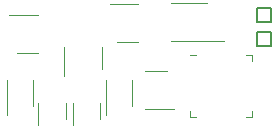
<source format=gbr>
G04 #@! TF.GenerationSoftware,KiCad,Pcbnew,(5.1.5-0-10_14)*
G04 #@! TF.CreationDate,2020-10-31T20:23:47-07:00*
G04 #@! TF.ProjectId,EOGlass2p1,454f476c-6173-4733-9270-312e6b696361,rev?*
G04 #@! TF.SameCoordinates,Original*
G04 #@! TF.FileFunction,Legend,Top*
G04 #@! TF.FilePolarity,Positive*
%FSLAX46Y46*%
G04 Gerber Fmt 4.6, Leading zero omitted, Abs format (unit mm)*
G04 Created by KiCad (PCBNEW (5.1.5-0-10_14)) date 2020-10-31 20:23:47*
%MOMM*%
%LPD*%
G04 APERTURE LIST*
%ADD10C,0.120000*%
%ADD11C,0.152400*%
G04 APERTURE END LIST*
D10*
X117740000Y-75600000D02*
X117740000Y-77500000D01*
X120060000Y-77000000D02*
X120060000Y-75600000D01*
X127600000Y-67190000D02*
X126100000Y-67190000D01*
X127600000Y-67190000D02*
X129100000Y-67190000D01*
X127600000Y-70410000D02*
X126100000Y-70410000D01*
X127600000Y-70410000D02*
X130525000Y-70410000D01*
X120540000Y-73660000D02*
X120540000Y-76660000D01*
X122740000Y-73660000D02*
X122740000Y-75860000D01*
X125700000Y-72890000D02*
X123900000Y-72890000D01*
X123900000Y-76110000D02*
X126350000Y-76110000D01*
X132435000Y-71590000D02*
X132910000Y-71590000D01*
X132910000Y-71590000D02*
X132910000Y-72065000D01*
X128165000Y-76810000D02*
X127690000Y-76810000D01*
X127690000Y-76810000D02*
X127690000Y-76335000D01*
X132435000Y-76810000D02*
X132910000Y-76810000D01*
X132910000Y-76810000D02*
X132910000Y-76335000D01*
X128165000Y-71590000D02*
X127690000Y-71590000D01*
X120200000Y-72700000D02*
X120200000Y-70900000D01*
X116980000Y-70900000D02*
X116980000Y-73350000D01*
X123310000Y-67220000D02*
X120860000Y-67220000D01*
X121510000Y-70440000D02*
X123310000Y-70440000D01*
X112210000Y-73660000D02*
X112210000Y-76660000D01*
X114410000Y-73660000D02*
X114410000Y-75860000D01*
X117160000Y-77000000D02*
X117160000Y-75600000D01*
X114840000Y-75600000D02*
X114840000Y-77500000D01*
D11*
X134491500Y-67608500D02*
X134491500Y-68791500D01*
X134491500Y-68791500D02*
X133308500Y-68791500D01*
X133308500Y-68791500D02*
X133308500Y-67608500D01*
X133308500Y-67608500D02*
X134491500Y-67608500D01*
D10*
X113000000Y-71410000D02*
X114800000Y-71410000D01*
X114800000Y-68190000D02*
X112350000Y-68190000D01*
D11*
X134491500Y-70791500D02*
X133308500Y-70791500D01*
X133308500Y-70791500D02*
X133308500Y-69608500D01*
X133308500Y-69608500D02*
X134491500Y-69608500D01*
X134491500Y-69608500D02*
X134491500Y-70791500D01*
M02*

</source>
